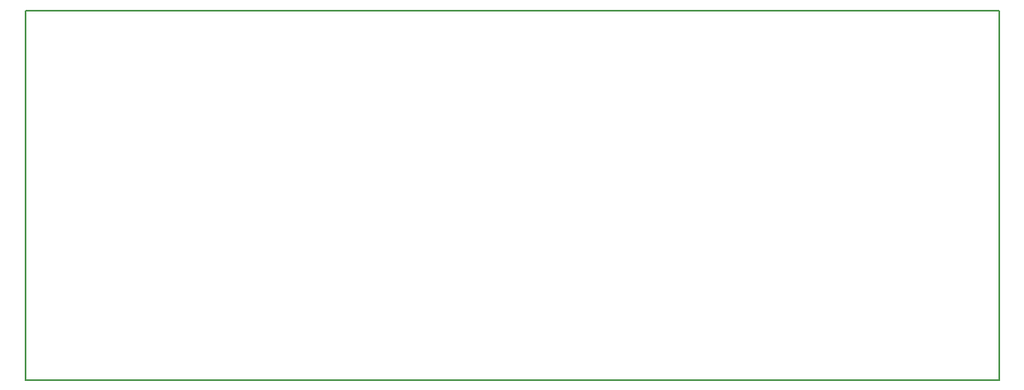
<source format=gbr>
G04 #@! TF.GenerationSoftware,KiCad,Pcbnew,9.0.1*
G04 #@! TF.CreationDate,2025-11-10T14:24:31+01:00*
G04 #@! TF.ProjectId,Debugmodul,44656275-676d-46f6-9475-6c2e6b696361,rev?*
G04 #@! TF.SameCoordinates,Original*
G04 #@! TF.FileFunction,Profile,NP*
%FSLAX46Y46*%
G04 Gerber Fmt 4.6, Leading zero omitted, Abs format (unit mm)*
G04 Created by KiCad (PCBNEW 9.0.1) date 2025-11-10 14:24:31*
%MOMM*%
%LPD*%
G01*
G04 APERTURE LIST*
G04 #@! TA.AperFunction,Profile*
%ADD10C,0.200000*%
G04 #@! TD*
G04 APERTURE END LIST*
D10*
X100000000Y-67000000D02*
X200000000Y-67000000D01*
X200000000Y-105000000D01*
X100000000Y-105000000D01*
X100000000Y-67000000D01*
M02*

</source>
